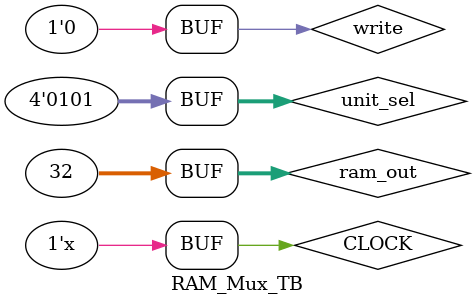
<source format=v>
`timescale 1ns / 1ps
module RAM_Mux_TB();
reg [31:0] ram_out;
reg [3:0] unit_sel;
reg write;
reg CLOCK;
wire [31:0] weight0; wire write0;
wire [31:0] weight1; wire write1;
wire [31:0] weight2; wire write2;
wire [31:0] weight3; wire write3;
wire [31:0] weight4; wire write4;
wire [31:0] weight5; wire write5;


RAMMux_py UUT(ram_out,unit_sel,write,CLOCK,weight0,write0,weight1,write1,weight2,write2,weight3,write3,weight4,write4,weight5,write5);

initial begin
	CLOCK=0; write=0;ram_out=1; unit_sel=0; #5
	unit_sel=0; write=1; ram_out=1;#5;
	write=0; #5;
	unit_sel=1; write=1; ram_out=2;#5;
	write=0; #5;
	unit_sel=2; write=1; ram_out=4;#5;
	write=0; #5;
	unit_sel=3; write=1; ram_out=8;#5;
	write=0; #5;
	unit_sel=4; write=1; ram_out=16;#5;
	write=0; #5;
	unit_sel=5; write=1; ram_out=32;#5;
	write=0; #5;
end
always #1 CLOCK = ~CLOCK;

endmodule
</source>
